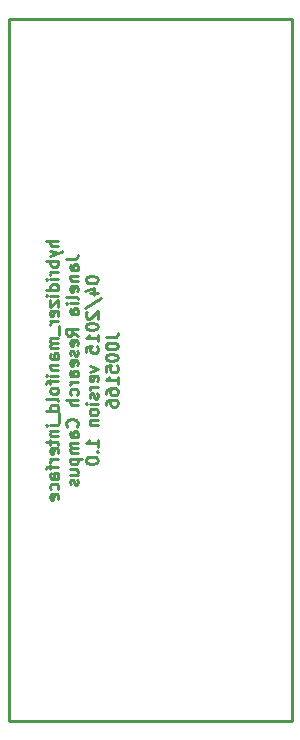
<source format=gbo>
G04 #@! TF.FileFunction,Legend,Bot*
%FSLAX46Y46*%
G04 Gerber Fmt 4.6, Leading zero omitted, Abs format (unit mm)*
G04 Created by KiCad (PCBNEW 0.201504221001+5618~22~ubuntu14.04.1-product) date Fri 01 May 2015 10:17:24 AM EDT*
%MOMM*%
G01*
G04 APERTURE LIST*
%ADD10C,0.100000*%
%ADD11C,0.228600*%
%ADD12C,0.254000*%
%ADD13C,2.387600*%
%ADD14C,3.092400*%
G04 APERTURE END LIST*
D10*
D11*
X25400000Y-84836000D02*
X49364900Y-84836000D01*
X49364900Y-25400000D02*
X49364900Y-84836000D01*
X25400000Y-25400000D02*
X25400000Y-84836000D01*
X25400000Y-25400000D02*
X49364900Y-25400000D01*
D12*
X29612469Y-44183907D02*
X28596469Y-44183907D01*
X29612469Y-44619335D02*
X29080279Y-44619335D01*
X28983517Y-44570954D01*
X28935136Y-44474192D01*
X28935136Y-44329050D01*
X28983517Y-44232288D01*
X29031898Y-44183907D01*
X28935136Y-45006383D02*
X29612469Y-45248288D01*
X28935136Y-45490192D02*
X29612469Y-45248288D01*
X29854374Y-45151526D01*
X29902755Y-45103145D01*
X29951136Y-45006383D01*
X29612469Y-45877240D02*
X28596469Y-45877240D01*
X28983517Y-45877240D02*
X28935136Y-45974002D01*
X28935136Y-46167525D01*
X28983517Y-46264287D01*
X29031898Y-46312668D01*
X29128660Y-46361049D01*
X29418945Y-46361049D01*
X29515707Y-46312668D01*
X29564088Y-46264287D01*
X29612469Y-46167525D01*
X29612469Y-45974002D01*
X29564088Y-45877240D01*
X29612469Y-46796478D02*
X28935136Y-46796478D01*
X29128660Y-46796478D02*
X29031898Y-46844859D01*
X28983517Y-46893240D01*
X28935136Y-46990002D01*
X28935136Y-47086763D01*
X29612469Y-47425430D02*
X28935136Y-47425430D01*
X28596469Y-47425430D02*
X28644850Y-47377049D01*
X28693231Y-47425430D01*
X28644850Y-47473811D01*
X28596469Y-47425430D01*
X28693231Y-47425430D01*
X29612469Y-48344668D02*
X28596469Y-48344668D01*
X29564088Y-48344668D02*
X29612469Y-48247906D01*
X29612469Y-48054383D01*
X29564088Y-47957621D01*
X29515707Y-47909240D01*
X29418945Y-47860859D01*
X29128660Y-47860859D01*
X29031898Y-47909240D01*
X28983517Y-47957621D01*
X28935136Y-48054383D01*
X28935136Y-48247906D01*
X28983517Y-48344668D01*
X29612469Y-48828478D02*
X28935136Y-48828478D01*
X28596469Y-48828478D02*
X28644850Y-48780097D01*
X28693231Y-48828478D01*
X28644850Y-48876859D01*
X28596469Y-48828478D01*
X28693231Y-48828478D01*
X28935136Y-49215526D02*
X28935136Y-49747716D01*
X29612469Y-49215526D01*
X29612469Y-49747716D01*
X29564088Y-50521811D02*
X29612469Y-50425049D01*
X29612469Y-50231526D01*
X29564088Y-50134764D01*
X29467326Y-50086383D01*
X29080279Y-50086383D01*
X28983517Y-50134764D01*
X28935136Y-50231526D01*
X28935136Y-50425049D01*
X28983517Y-50521811D01*
X29080279Y-50570192D01*
X29177040Y-50570192D01*
X29273802Y-50086383D01*
X29612469Y-51005621D02*
X28935136Y-51005621D01*
X29128660Y-51005621D02*
X29031898Y-51054002D01*
X28983517Y-51102383D01*
X28935136Y-51199145D01*
X28935136Y-51295906D01*
X29709231Y-51392668D02*
X29709231Y-52166763D01*
X29612469Y-52408668D02*
X28935136Y-52408668D01*
X29031898Y-52408668D02*
X28983517Y-52457049D01*
X28935136Y-52553811D01*
X28935136Y-52698953D01*
X28983517Y-52795715D01*
X29080279Y-52844096D01*
X29612469Y-52844096D01*
X29080279Y-52844096D02*
X28983517Y-52892477D01*
X28935136Y-52989239D01*
X28935136Y-53134382D01*
X28983517Y-53231144D01*
X29080279Y-53279525D01*
X29612469Y-53279525D01*
X29612469Y-54198763D02*
X29080279Y-54198763D01*
X28983517Y-54150382D01*
X28935136Y-54053620D01*
X28935136Y-53860097D01*
X28983517Y-53763335D01*
X29564088Y-54198763D02*
X29612469Y-54102001D01*
X29612469Y-53860097D01*
X29564088Y-53763335D01*
X29467326Y-53714954D01*
X29370564Y-53714954D01*
X29273802Y-53763335D01*
X29225421Y-53860097D01*
X29225421Y-54102001D01*
X29177040Y-54198763D01*
X28935136Y-54682573D02*
X29612469Y-54682573D01*
X29031898Y-54682573D02*
X28983517Y-54730954D01*
X28935136Y-54827716D01*
X28935136Y-54972858D01*
X28983517Y-55069620D01*
X29080279Y-55118001D01*
X29612469Y-55118001D01*
X29612469Y-55601811D02*
X28935136Y-55601811D01*
X28596469Y-55601811D02*
X28644850Y-55553430D01*
X28693231Y-55601811D01*
X28644850Y-55650192D01*
X28596469Y-55601811D01*
X28693231Y-55601811D01*
X28935136Y-55940478D02*
X28935136Y-56327526D01*
X29612469Y-56085621D02*
X28741612Y-56085621D01*
X28644850Y-56134002D01*
X28596469Y-56230764D01*
X28596469Y-56327526D01*
X29612469Y-56811335D02*
X29564088Y-56714573D01*
X29515707Y-56666192D01*
X29418945Y-56617811D01*
X29128660Y-56617811D01*
X29031898Y-56666192D01*
X28983517Y-56714573D01*
X28935136Y-56811335D01*
X28935136Y-56956477D01*
X28983517Y-57053239D01*
X29031898Y-57101620D01*
X29128660Y-57150001D01*
X29418945Y-57150001D01*
X29515707Y-57101620D01*
X29564088Y-57053239D01*
X29612469Y-56956477D01*
X29612469Y-56811335D01*
X29612469Y-57730573D02*
X29564088Y-57633811D01*
X29467326Y-57585430D01*
X28596469Y-57585430D01*
X29612469Y-58553048D02*
X28596469Y-58553048D01*
X29564088Y-58553048D02*
X29612469Y-58456286D01*
X29612469Y-58262763D01*
X29564088Y-58166001D01*
X29515707Y-58117620D01*
X29418945Y-58069239D01*
X29128660Y-58069239D01*
X29031898Y-58117620D01*
X28983517Y-58166001D01*
X28935136Y-58262763D01*
X28935136Y-58456286D01*
X28983517Y-58553048D01*
X29709231Y-58794953D02*
X29709231Y-59569048D01*
X29612469Y-59810953D02*
X28935136Y-59810953D01*
X28596469Y-59810953D02*
X28644850Y-59762572D01*
X28693231Y-59810953D01*
X28644850Y-59859334D01*
X28596469Y-59810953D01*
X28693231Y-59810953D01*
X28935136Y-60294763D02*
X29612469Y-60294763D01*
X29031898Y-60294763D02*
X28983517Y-60343144D01*
X28935136Y-60439906D01*
X28935136Y-60585048D01*
X28983517Y-60681810D01*
X29080279Y-60730191D01*
X29612469Y-60730191D01*
X28935136Y-61068858D02*
X28935136Y-61455906D01*
X28596469Y-61214001D02*
X29467326Y-61214001D01*
X29564088Y-61262382D01*
X29612469Y-61359144D01*
X29612469Y-61455906D01*
X29564088Y-62181619D02*
X29612469Y-62084857D01*
X29612469Y-61891334D01*
X29564088Y-61794572D01*
X29467326Y-61746191D01*
X29080279Y-61746191D01*
X28983517Y-61794572D01*
X28935136Y-61891334D01*
X28935136Y-62084857D01*
X28983517Y-62181619D01*
X29080279Y-62230000D01*
X29177040Y-62230000D01*
X29273802Y-61746191D01*
X29612469Y-62665429D02*
X28935136Y-62665429D01*
X29128660Y-62665429D02*
X29031898Y-62713810D01*
X28983517Y-62762191D01*
X28935136Y-62858953D01*
X28935136Y-62955714D01*
X28935136Y-63149238D02*
X28935136Y-63536286D01*
X29612469Y-63294381D02*
X28741612Y-63294381D01*
X28644850Y-63342762D01*
X28596469Y-63439524D01*
X28596469Y-63536286D01*
X29612469Y-64310380D02*
X29080279Y-64310380D01*
X28983517Y-64261999D01*
X28935136Y-64165237D01*
X28935136Y-63971714D01*
X28983517Y-63874952D01*
X29564088Y-64310380D02*
X29612469Y-64213618D01*
X29612469Y-63971714D01*
X29564088Y-63874952D01*
X29467326Y-63826571D01*
X29370564Y-63826571D01*
X29273802Y-63874952D01*
X29225421Y-63971714D01*
X29225421Y-64213618D01*
X29177040Y-64310380D01*
X29564088Y-65229618D02*
X29612469Y-65132856D01*
X29612469Y-64939333D01*
X29564088Y-64842571D01*
X29515707Y-64794190D01*
X29418945Y-64745809D01*
X29128660Y-64745809D01*
X29031898Y-64794190D01*
X28983517Y-64842571D01*
X28935136Y-64939333D01*
X28935136Y-65132856D01*
X28983517Y-65229618D01*
X29564088Y-66052094D02*
X29612469Y-65955332D01*
X29612469Y-65761809D01*
X29564088Y-65665047D01*
X29467326Y-65616666D01*
X29080279Y-65616666D01*
X28983517Y-65665047D01*
X28935136Y-65761809D01*
X28935136Y-65955332D01*
X28983517Y-66052094D01*
X29080279Y-66100475D01*
X29177040Y-66100475D01*
X29273802Y-65616666D01*
X30272869Y-45732096D02*
X30998583Y-45732096D01*
X31143726Y-45683716D01*
X31240488Y-45586954D01*
X31288869Y-45441811D01*
X31288869Y-45345049D01*
X31288869Y-46651334D02*
X30756679Y-46651334D01*
X30659917Y-46602953D01*
X30611536Y-46506191D01*
X30611536Y-46312668D01*
X30659917Y-46215906D01*
X31240488Y-46651334D02*
X31288869Y-46554572D01*
X31288869Y-46312668D01*
X31240488Y-46215906D01*
X31143726Y-46167525D01*
X31046964Y-46167525D01*
X30950202Y-46215906D01*
X30901821Y-46312668D01*
X30901821Y-46554572D01*
X30853440Y-46651334D01*
X30611536Y-47135144D02*
X31288869Y-47135144D01*
X30708298Y-47135144D02*
X30659917Y-47183525D01*
X30611536Y-47280287D01*
X30611536Y-47425429D01*
X30659917Y-47522191D01*
X30756679Y-47570572D01*
X31288869Y-47570572D01*
X31240488Y-48441429D02*
X31288869Y-48344667D01*
X31288869Y-48151144D01*
X31240488Y-48054382D01*
X31143726Y-48006001D01*
X30756679Y-48006001D01*
X30659917Y-48054382D01*
X30611536Y-48151144D01*
X30611536Y-48344667D01*
X30659917Y-48441429D01*
X30756679Y-48489810D01*
X30853440Y-48489810D01*
X30950202Y-48006001D01*
X31288869Y-49070382D02*
X31240488Y-48973620D01*
X31143726Y-48925239D01*
X30272869Y-48925239D01*
X31288869Y-49457429D02*
X30611536Y-49457429D01*
X30272869Y-49457429D02*
X30321250Y-49409048D01*
X30369631Y-49457429D01*
X30321250Y-49505810D01*
X30272869Y-49457429D01*
X30369631Y-49457429D01*
X31288869Y-50376667D02*
X30756679Y-50376667D01*
X30659917Y-50328286D01*
X30611536Y-50231524D01*
X30611536Y-50038001D01*
X30659917Y-49941239D01*
X31240488Y-50376667D02*
X31288869Y-50279905D01*
X31288869Y-50038001D01*
X31240488Y-49941239D01*
X31143726Y-49892858D01*
X31046964Y-49892858D01*
X30950202Y-49941239D01*
X30901821Y-50038001D01*
X30901821Y-50279905D01*
X30853440Y-50376667D01*
X31288869Y-52215143D02*
X30805060Y-51876477D01*
X31288869Y-51634572D02*
X30272869Y-51634572D01*
X30272869Y-52021619D01*
X30321250Y-52118381D01*
X30369631Y-52166762D01*
X30466393Y-52215143D01*
X30611536Y-52215143D01*
X30708298Y-52166762D01*
X30756679Y-52118381D01*
X30805060Y-52021619D01*
X30805060Y-51634572D01*
X31240488Y-53037619D02*
X31288869Y-52940857D01*
X31288869Y-52747334D01*
X31240488Y-52650572D01*
X31143726Y-52602191D01*
X30756679Y-52602191D01*
X30659917Y-52650572D01*
X30611536Y-52747334D01*
X30611536Y-52940857D01*
X30659917Y-53037619D01*
X30756679Y-53086000D01*
X30853440Y-53086000D01*
X30950202Y-52602191D01*
X31240488Y-53473048D02*
X31288869Y-53569810D01*
X31288869Y-53763334D01*
X31240488Y-53860095D01*
X31143726Y-53908476D01*
X31095345Y-53908476D01*
X30998583Y-53860095D01*
X30950202Y-53763334D01*
X30950202Y-53618191D01*
X30901821Y-53521429D01*
X30805060Y-53473048D01*
X30756679Y-53473048D01*
X30659917Y-53521429D01*
X30611536Y-53618191D01*
X30611536Y-53763334D01*
X30659917Y-53860095D01*
X31240488Y-54730952D02*
X31288869Y-54634190D01*
X31288869Y-54440667D01*
X31240488Y-54343905D01*
X31143726Y-54295524D01*
X30756679Y-54295524D01*
X30659917Y-54343905D01*
X30611536Y-54440667D01*
X30611536Y-54634190D01*
X30659917Y-54730952D01*
X30756679Y-54779333D01*
X30853440Y-54779333D01*
X30950202Y-54295524D01*
X31288869Y-55650190D02*
X30756679Y-55650190D01*
X30659917Y-55601809D01*
X30611536Y-55505047D01*
X30611536Y-55311524D01*
X30659917Y-55214762D01*
X31240488Y-55650190D02*
X31288869Y-55553428D01*
X31288869Y-55311524D01*
X31240488Y-55214762D01*
X31143726Y-55166381D01*
X31046964Y-55166381D01*
X30950202Y-55214762D01*
X30901821Y-55311524D01*
X30901821Y-55553428D01*
X30853440Y-55650190D01*
X31288869Y-56134000D02*
X30611536Y-56134000D01*
X30805060Y-56134000D02*
X30708298Y-56182381D01*
X30659917Y-56230762D01*
X30611536Y-56327524D01*
X30611536Y-56424285D01*
X31240488Y-57198380D02*
X31288869Y-57101618D01*
X31288869Y-56908095D01*
X31240488Y-56811333D01*
X31192107Y-56762952D01*
X31095345Y-56714571D01*
X30805060Y-56714571D01*
X30708298Y-56762952D01*
X30659917Y-56811333D01*
X30611536Y-56908095D01*
X30611536Y-57101618D01*
X30659917Y-57198380D01*
X31288869Y-57633809D02*
X30272869Y-57633809D01*
X31288869Y-58069237D02*
X30756679Y-58069237D01*
X30659917Y-58020856D01*
X30611536Y-57924094D01*
X30611536Y-57778952D01*
X30659917Y-57682190D01*
X30708298Y-57633809D01*
X31192107Y-59907713D02*
X31240488Y-59859332D01*
X31288869Y-59714189D01*
X31288869Y-59617427D01*
X31240488Y-59472285D01*
X31143726Y-59375523D01*
X31046964Y-59327142D01*
X30853440Y-59278761D01*
X30708298Y-59278761D01*
X30514774Y-59327142D01*
X30418012Y-59375523D01*
X30321250Y-59472285D01*
X30272869Y-59617427D01*
X30272869Y-59714189D01*
X30321250Y-59859332D01*
X30369631Y-59907713D01*
X31288869Y-60778570D02*
X30756679Y-60778570D01*
X30659917Y-60730189D01*
X30611536Y-60633427D01*
X30611536Y-60439904D01*
X30659917Y-60343142D01*
X31240488Y-60778570D02*
X31288869Y-60681808D01*
X31288869Y-60439904D01*
X31240488Y-60343142D01*
X31143726Y-60294761D01*
X31046964Y-60294761D01*
X30950202Y-60343142D01*
X30901821Y-60439904D01*
X30901821Y-60681808D01*
X30853440Y-60778570D01*
X31288869Y-61262380D02*
X30611536Y-61262380D01*
X30708298Y-61262380D02*
X30659917Y-61310761D01*
X30611536Y-61407523D01*
X30611536Y-61552665D01*
X30659917Y-61649427D01*
X30756679Y-61697808D01*
X31288869Y-61697808D01*
X30756679Y-61697808D02*
X30659917Y-61746189D01*
X30611536Y-61842951D01*
X30611536Y-61988094D01*
X30659917Y-62084856D01*
X30756679Y-62133237D01*
X31288869Y-62133237D01*
X30611536Y-62617047D02*
X31627536Y-62617047D01*
X30659917Y-62617047D02*
X30611536Y-62713809D01*
X30611536Y-62907332D01*
X30659917Y-63004094D01*
X30708298Y-63052475D01*
X30805060Y-63100856D01*
X31095345Y-63100856D01*
X31192107Y-63052475D01*
X31240488Y-63004094D01*
X31288869Y-62907332D01*
X31288869Y-62713809D01*
X31240488Y-62617047D01*
X30611536Y-63971713D02*
X31288869Y-63971713D01*
X30611536Y-63536285D02*
X31143726Y-63536285D01*
X31240488Y-63584666D01*
X31288869Y-63681428D01*
X31288869Y-63826570D01*
X31240488Y-63923332D01*
X31192107Y-63971713D01*
X31240488Y-64407142D02*
X31288869Y-64503904D01*
X31288869Y-64697428D01*
X31240488Y-64794189D01*
X31143726Y-64842570D01*
X31095345Y-64842570D01*
X30998583Y-64794189D01*
X30950202Y-64697428D01*
X30950202Y-64552285D01*
X30901821Y-64455523D01*
X30805060Y-64407142D01*
X30756679Y-64407142D01*
X30659917Y-64455523D01*
X30611536Y-64552285D01*
X30611536Y-64697428D01*
X30659917Y-64794189D01*
X31949269Y-47425430D02*
X31949269Y-47522191D01*
X31997650Y-47618953D01*
X32046031Y-47667334D01*
X32142793Y-47715715D01*
X32336317Y-47764096D01*
X32578221Y-47764096D01*
X32771745Y-47715715D01*
X32868507Y-47667334D01*
X32916888Y-47618953D01*
X32965269Y-47522191D01*
X32965269Y-47425430D01*
X32916888Y-47328668D01*
X32868507Y-47280287D01*
X32771745Y-47231906D01*
X32578221Y-47183525D01*
X32336317Y-47183525D01*
X32142793Y-47231906D01*
X32046031Y-47280287D01*
X31997650Y-47328668D01*
X31949269Y-47425430D01*
X32287936Y-48634953D02*
X32965269Y-48634953D01*
X31900888Y-48393049D02*
X32626602Y-48151144D01*
X32626602Y-48780096D01*
X31900888Y-49892858D02*
X33207174Y-49022001D01*
X32046031Y-50183144D02*
X31997650Y-50231525D01*
X31949269Y-50328287D01*
X31949269Y-50570191D01*
X31997650Y-50666953D01*
X32046031Y-50715334D01*
X32142793Y-50763715D01*
X32239555Y-50763715D01*
X32384698Y-50715334D01*
X32965269Y-50134763D01*
X32965269Y-50763715D01*
X31949269Y-51392668D02*
X31949269Y-51489429D01*
X31997650Y-51586191D01*
X32046031Y-51634572D01*
X32142793Y-51682953D01*
X32336317Y-51731334D01*
X32578221Y-51731334D01*
X32771745Y-51682953D01*
X32868507Y-51634572D01*
X32916888Y-51586191D01*
X32965269Y-51489429D01*
X32965269Y-51392668D01*
X32916888Y-51295906D01*
X32868507Y-51247525D01*
X32771745Y-51199144D01*
X32578221Y-51150763D01*
X32336317Y-51150763D01*
X32142793Y-51199144D01*
X32046031Y-51247525D01*
X31997650Y-51295906D01*
X31949269Y-51392668D01*
X32965269Y-52698953D02*
X32965269Y-52118382D01*
X32965269Y-52408668D02*
X31949269Y-52408668D01*
X32094412Y-52311906D01*
X32191174Y-52215144D01*
X32239555Y-52118382D01*
X31949269Y-53618191D02*
X31949269Y-53134382D01*
X32433079Y-53086001D01*
X32384698Y-53134382D01*
X32336317Y-53231144D01*
X32336317Y-53473048D01*
X32384698Y-53569810D01*
X32433079Y-53618191D01*
X32529840Y-53666572D01*
X32771745Y-53666572D01*
X32868507Y-53618191D01*
X32916888Y-53569810D01*
X32965269Y-53473048D01*
X32965269Y-53231144D01*
X32916888Y-53134382D01*
X32868507Y-53086001D01*
X32287936Y-54779334D02*
X32965269Y-55021239D01*
X32287936Y-55263143D01*
X32916888Y-56037238D02*
X32965269Y-55940476D01*
X32965269Y-55746953D01*
X32916888Y-55650191D01*
X32820126Y-55601810D01*
X32433079Y-55601810D01*
X32336317Y-55650191D01*
X32287936Y-55746953D01*
X32287936Y-55940476D01*
X32336317Y-56037238D01*
X32433079Y-56085619D01*
X32529840Y-56085619D01*
X32626602Y-55601810D01*
X32965269Y-56521048D02*
X32287936Y-56521048D01*
X32481460Y-56521048D02*
X32384698Y-56569429D01*
X32336317Y-56617810D01*
X32287936Y-56714572D01*
X32287936Y-56811333D01*
X32916888Y-57101619D02*
X32965269Y-57198381D01*
X32965269Y-57391905D01*
X32916888Y-57488666D01*
X32820126Y-57537047D01*
X32771745Y-57537047D01*
X32674983Y-57488666D01*
X32626602Y-57391905D01*
X32626602Y-57246762D01*
X32578221Y-57150000D01*
X32481460Y-57101619D01*
X32433079Y-57101619D01*
X32336317Y-57150000D01*
X32287936Y-57246762D01*
X32287936Y-57391905D01*
X32336317Y-57488666D01*
X32965269Y-57972476D02*
X32287936Y-57972476D01*
X31949269Y-57972476D02*
X31997650Y-57924095D01*
X32046031Y-57972476D01*
X31997650Y-58020857D01*
X31949269Y-57972476D01*
X32046031Y-57972476D01*
X32965269Y-58601429D02*
X32916888Y-58504667D01*
X32868507Y-58456286D01*
X32771745Y-58407905D01*
X32481460Y-58407905D01*
X32384698Y-58456286D01*
X32336317Y-58504667D01*
X32287936Y-58601429D01*
X32287936Y-58746571D01*
X32336317Y-58843333D01*
X32384698Y-58891714D01*
X32481460Y-58940095D01*
X32771745Y-58940095D01*
X32868507Y-58891714D01*
X32916888Y-58843333D01*
X32965269Y-58746571D01*
X32965269Y-58601429D01*
X32287936Y-59375524D02*
X32965269Y-59375524D01*
X32384698Y-59375524D02*
X32336317Y-59423905D01*
X32287936Y-59520667D01*
X32287936Y-59665809D01*
X32336317Y-59762571D01*
X32433079Y-59810952D01*
X32965269Y-59810952D01*
X32965269Y-61601047D02*
X32965269Y-61020476D01*
X32965269Y-61310762D02*
X31949269Y-61310762D01*
X32094412Y-61214000D01*
X32191174Y-61117238D01*
X32239555Y-61020476D01*
X32868507Y-62036476D02*
X32916888Y-62084857D01*
X32965269Y-62036476D01*
X32916888Y-61988095D01*
X32868507Y-62036476D01*
X32965269Y-62036476D01*
X31949269Y-62713810D02*
X31949269Y-62810571D01*
X31997650Y-62907333D01*
X32046031Y-62955714D01*
X32142793Y-63004095D01*
X32336317Y-63052476D01*
X32578221Y-63052476D01*
X32771745Y-63004095D01*
X32868507Y-62955714D01*
X32916888Y-62907333D01*
X32965269Y-62810571D01*
X32965269Y-62713810D01*
X32916888Y-62617048D01*
X32868507Y-62568667D01*
X32771745Y-62520286D01*
X32578221Y-62471905D01*
X32336317Y-62471905D01*
X32142793Y-62520286D01*
X32046031Y-62568667D01*
X31997650Y-62617048D01*
X31949269Y-62713810D01*
X33625669Y-52360286D02*
X34351383Y-52360286D01*
X34496526Y-52311906D01*
X34593288Y-52215144D01*
X34641669Y-52070001D01*
X34641669Y-51973239D01*
X33625669Y-53037620D02*
X33625669Y-53134381D01*
X33674050Y-53231143D01*
X33722431Y-53279524D01*
X33819193Y-53327905D01*
X34012717Y-53376286D01*
X34254621Y-53376286D01*
X34448145Y-53327905D01*
X34544907Y-53279524D01*
X34593288Y-53231143D01*
X34641669Y-53134381D01*
X34641669Y-53037620D01*
X34593288Y-52940858D01*
X34544907Y-52892477D01*
X34448145Y-52844096D01*
X34254621Y-52795715D01*
X34012717Y-52795715D01*
X33819193Y-52844096D01*
X33722431Y-52892477D01*
X33674050Y-52940858D01*
X33625669Y-53037620D01*
X33625669Y-54005239D02*
X33625669Y-54102000D01*
X33674050Y-54198762D01*
X33722431Y-54247143D01*
X33819193Y-54295524D01*
X34012717Y-54343905D01*
X34254621Y-54343905D01*
X34448145Y-54295524D01*
X34544907Y-54247143D01*
X34593288Y-54198762D01*
X34641669Y-54102000D01*
X34641669Y-54005239D01*
X34593288Y-53908477D01*
X34544907Y-53860096D01*
X34448145Y-53811715D01*
X34254621Y-53763334D01*
X34012717Y-53763334D01*
X33819193Y-53811715D01*
X33722431Y-53860096D01*
X33674050Y-53908477D01*
X33625669Y-54005239D01*
X33625669Y-55263143D02*
X33625669Y-54779334D01*
X34109479Y-54730953D01*
X34061098Y-54779334D01*
X34012717Y-54876096D01*
X34012717Y-55118000D01*
X34061098Y-55214762D01*
X34109479Y-55263143D01*
X34206240Y-55311524D01*
X34448145Y-55311524D01*
X34544907Y-55263143D01*
X34593288Y-55214762D01*
X34641669Y-55118000D01*
X34641669Y-54876096D01*
X34593288Y-54779334D01*
X34544907Y-54730953D01*
X34641669Y-56279143D02*
X34641669Y-55698572D01*
X34641669Y-55988858D02*
X33625669Y-55988858D01*
X33770812Y-55892096D01*
X33867574Y-55795334D01*
X33915955Y-55698572D01*
X33625669Y-57150000D02*
X33625669Y-56956477D01*
X33674050Y-56859715D01*
X33722431Y-56811334D01*
X33867574Y-56714572D01*
X34061098Y-56666191D01*
X34448145Y-56666191D01*
X34544907Y-56714572D01*
X34593288Y-56762953D01*
X34641669Y-56859715D01*
X34641669Y-57053238D01*
X34593288Y-57150000D01*
X34544907Y-57198381D01*
X34448145Y-57246762D01*
X34206240Y-57246762D01*
X34109479Y-57198381D01*
X34061098Y-57150000D01*
X34012717Y-57053238D01*
X34012717Y-56859715D01*
X34061098Y-56762953D01*
X34109479Y-56714572D01*
X34206240Y-56666191D01*
X33625669Y-58117619D02*
X33625669Y-57924096D01*
X33674050Y-57827334D01*
X33722431Y-57778953D01*
X33867574Y-57682191D01*
X34061098Y-57633810D01*
X34448145Y-57633810D01*
X34544907Y-57682191D01*
X34593288Y-57730572D01*
X34641669Y-57827334D01*
X34641669Y-58020857D01*
X34593288Y-58117619D01*
X34544907Y-58166000D01*
X34448145Y-58214381D01*
X34206240Y-58214381D01*
X34109479Y-58166000D01*
X34061098Y-58117619D01*
X34012717Y-58020857D01*
X34012717Y-57827334D01*
X34061098Y-57730572D01*
X34109479Y-57682191D01*
X34206240Y-57633810D01*
%LPC*%
D13*
X47586900Y-80518000D03*
X47586900Y-83058000D03*
X47586900Y-72898000D03*
X47586900Y-75438000D03*
X47586900Y-65278000D03*
X47586900Y-67818000D03*
X47586900Y-57658000D03*
X47586900Y-60198000D03*
X47586900Y-50038000D03*
X47586900Y-52578000D03*
X47586900Y-42418000D03*
X47586900Y-44958000D03*
X47586900Y-34798000D03*
X47586900Y-37338000D03*
X47586900Y-27178000D03*
X47586900Y-29718000D03*
D14*
X36334700Y-74168000D03*
X36334700Y-36068000D03*
M02*

</source>
